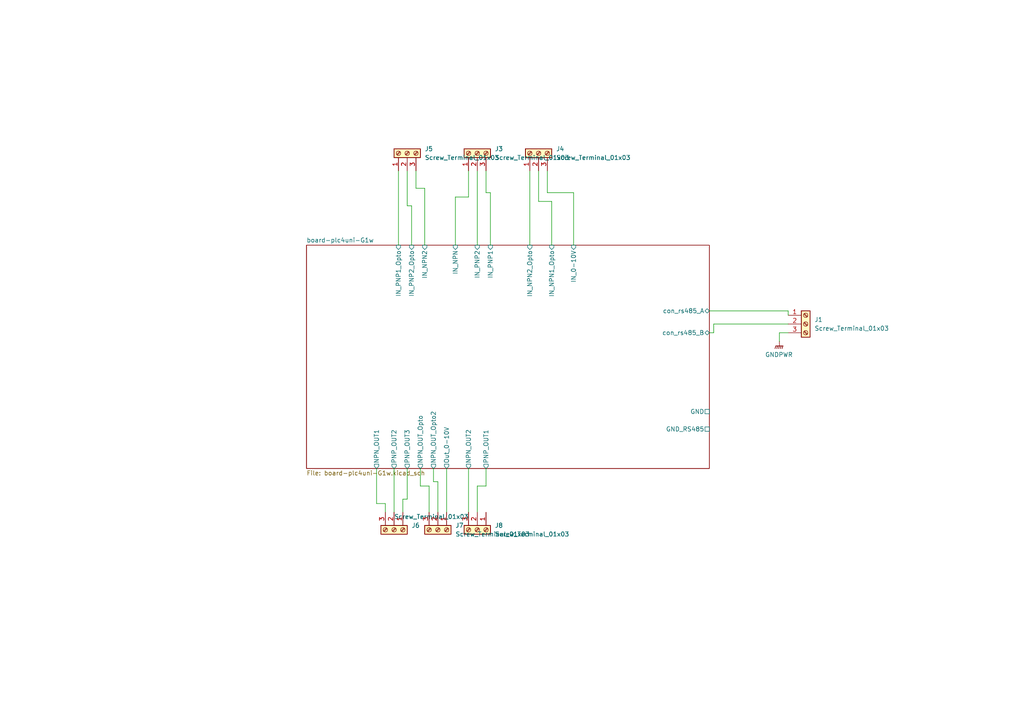
<source format=kicad_sch>
(kicad_sch (version 20250114) (generator "eeschema") (generator_version "9.0")
  (paper "A4")
  (lib_symbols
    (symbol "Connector:Screw_Terminal_01x03" (pin_names (offset 1.016) (hide yes))
      (property "Reference" "J" (at 0 5.08 0))
      (property "Value" "Screw_Terminal_01x03" (at 0 -5.08 0))
      (symbol "Screw_Terminal_01x03_1_1"
        (rectangle (start -1.27 3.81) (end 1.27 -3.81) (stroke (width 0.254)) (fill (type background)))
        (polyline (pts (xy -0.5334 2.8702) (xy 0.3302 2.032)) (stroke (width 0.1524)))
        (polyline (pts (xy -0.5334 0.3302) (xy 0.3302 -0.508)) (stroke (width 0.1524)))
        (polyline (pts (xy -0.5334 -2.2098) (xy 0.3302 -3.048)) (stroke (width 0.1524)))
        (polyline (pts (xy -0.3556 3.048) (xy 0.508 2.2098)) (stroke (width 0.1524)))
        (polyline (pts (xy -0.3556 0.508) (xy 0.508 -0.3302)) (stroke (width 0.1524)))
        (polyline (pts (xy -0.3556 -2.032) (xy 0.508 -2.8702)) (stroke (width 0.1524)))
        (circle (center 0 2.54) (radius 0.635) (stroke (width 0.1524)))
        (circle (center 0 0) (radius 0.635) (stroke (width 0.1524)))
        (circle (center 0 -2.54) (radius 0.635) (stroke (width 0.1524)))
        (pin passive line (at -5.08 2.54 0) (length 3.81) (name "Pin_1") (number "1"))
        (pin passive line (at -5.08 0 0) (length 3.81) (name "Pin_2") (number "2"))
        (pin passive line (at -5.08 -2.54 0) (length 3.81) (name "Pin_3") (number "3"))
      )
    )
    (symbol "power:GNDPWR" (power) (pin_numbers (hide yes)) (pin_names (offset 0) (hide yes))
      (property "Value" "GNDPWR" (at 0 -3.302 0))
      (symbol "GNDPWR_0_1"
        (polyline (pts (xy -1.016 -1.27) (xy -1.27 -2.032) (xy -1.27 -2.032)) (stroke (width 0.2032)))
        (polyline (pts (xy -0.508 -1.27) (xy -0.762 -2.032) (xy -0.762 -2.032)) (stroke (width 0.2032)))
        (polyline (pts (xy 0 -1.27) (xy 0 0)))
        (polyline (pts (xy 0 -1.27) (xy -0.254 -2.032) (xy -0.254 -2.032)) (stroke (width 0.2032)))
        (polyline (pts (xy 0.508 -1.27) (xy 0.254 -2.032) (xy 0.254 -2.032)) (stroke (width 0.2032)))
        (polyline (pts (xy 1.016 -1.27) (xy -1.016 -1.27) (xy -1.016 -1.27)) (stroke (width 0.2032)))
        (polyline (pts (xy 1.016 -1.27) (xy 0.762 -2.032) (xy 0.762 -2.032) (xy 0.762 -2.032)) (stroke (width 0.2032)))
      )
      (symbol "GNDPWR_1_1"
        (pin power_in line (at 0 0 270) (length 0) (name "~") (number "1"))
      )
    )
  )
  (wire (pts (xy 111.76 146.05) (xy 111.76 148.59)))
  (wire (pts (xy 140.97 55.88) (xy 140.97 49.53)))
  (wire (pts (xy 123.19 54.61) (xy 120.65 54.61)))
  (wire (pts (xy 140.97 140.97) (xy 138.43 140.97)))
  (wire (pts (xy 119.38 59.69) (xy 118.11 59.69)))
  (wire (pts (xy 125.73 139.7) (xy 125.73 135.89)))
  (wire (pts (xy 158.75 55.88) (xy 158.75 49.53)))
  (wire (pts (xy 228.6 90.17) (xy 228.6 91.44)))
  (wire (pts (xy 226.06 96.52) (xy 226.06 99.06)))
  (wire (pts (xy 207.01 93.98) (xy 207.01 96.52)))
  (wire (pts (xy 124.46 140.97) (xy 121.92 140.97)))
  (wire (pts (xy 129.54 135.89) (xy 129.54 148.59)))
  (wire (pts (xy 109.22 135.89) (xy 109.22 146.05)))
  (wire (pts (xy 153.67 49.53) (xy 153.67 71.12)))
  (wire (pts (xy 124.46 148.59) (xy 124.46 140.97)))
  (wire (pts (xy 127 148.59) (xy 127 139.7)))
  (wire (pts (xy 118.11 59.69) (xy 118.11 49.53)))
  (wire (pts (xy 135.89 57.15) (xy 135.89 49.53)))
  (wire (pts (xy 160.02 71.12) (xy 160.02 58.42)))
  (wire (pts (xy 118.11 135.89) (xy 118.11 144.78)))
  (wire (pts (xy 205.74 90.17) (xy 228.6 90.17)))
  (wire (pts (xy 138.43 140.97) (xy 138.43 148.59)))
  (wire (pts (xy 140.97 135.89) (xy 140.97 140.97)))
  (wire (pts (xy 228.6 93.98) (xy 207.01 93.98)))
  (wire (pts (xy 142.24 71.12) (xy 142.24 55.88)))
  (wire (pts (xy 228.6 96.52) (xy 226.06 96.52)))
  (wire (pts (xy 132.08 71.12) (xy 132.08 57.15)))
  (wire (pts (xy 156.21 58.42) (xy 156.21 49.53)))
  (wire (pts (xy 118.11 144.78) (xy 116.84 144.78)))
  (wire (pts (xy 120.65 54.61) (xy 120.65 49.53)))
  (wire (pts (xy 166.37 55.88) (xy 158.75 55.88)))
  (wire (pts (xy 114.3 135.89) (xy 114.3 148.59)))
  (wire (pts (xy 121.92 140.97) (xy 121.92 135.89)))
  (wire (pts (xy 142.24 55.88) (xy 140.97 55.88)))
  (wire (pts (xy 119.38 71.12) (xy 119.38 59.69)))
  (wire (pts (xy 205.74 96.52) (xy 207.01 96.52)))
  (wire (pts (xy 116.84 144.78) (xy 116.84 148.59)))
  (wire (pts (xy 109.22 146.05) (xy 111.76 146.05)))
  (wire (pts (xy 160.02 58.42) (xy 156.21 58.42)))
  (wire (pts (xy 127 139.7) (xy 125.73 139.7)))
  (wire (pts (xy 132.08 57.15) (xy 135.89 57.15)))
  (wire (pts (xy 135.89 135.89) (xy 135.89 148.59)))
  (wire (pts (xy 138.43 49.53) (xy 138.43 71.12)))
  (wire (pts (xy 115.57 49.53) (xy 115.57 71.12)))
  (wire (pts (xy 166.37 71.12) (xy 166.37 55.88)))
  (wire (pts (xy 123.19 71.12) (xy 123.19 54.61)))
  (symbol (lib_id "Connector:Screw_Terminal_01x03") (at 138.43 153.67 270) (unit 1)
    (property "Reference" "J8" (at 143.51 152.3999 90) (effects (justify left)))
    (property "Value" "Screw_Terminal_01x03" (at 143.51 154.9399 90) (effects (justify left)))
    (property "Description" "Generic screw terminal, single row, 01x03, script generated (kicad-library-utils/schlib/autogen/connector/)" (effects (hide yes)))
    (property "numero de pieza" "KANGNEX WJ128V-5.0-3P" (effects (hide yes)))
  )
  (symbol (lib_id "Connector:Screw_Terminal_01x03") (at 118.11 44.45 90) (unit 1)
    (property "Reference" "J5" (at 123.19 43.1799 90) (effects (justify right)))
    (property "Value" "Screw_Terminal_01x03" (at 123.19 45.7199 90) (effects (justify right)))
    (property "Description" "Generic screw terminal, single row, 01x03, script generated (kicad-library-utils/schlib/autogen/connector/)" (effects (hide yes)))
    (property "numero de pieza" "KANGNEX WJ128V-5.0-3P" (effects (hide yes)))
  )
  (symbol (lib_id "Connector:Screw_Terminal_01x03") (at 156.21 44.45 90) (unit 1)
    (property "Reference" "J4" (at 161.29 43.1799 90) (effects (justify right)))
    (property "Value" "Screw_Terminal_01x03" (at 161.29 45.7199 90) (effects (justify right)))
    (property "Description" "Generic screw terminal, single row, 01x03, script generated (kicad-library-utils/schlib/autogen/connector/)" (effects (hide yes)))
    (property "numero de pieza" "KANGNEX WJ128V-5.0-3P" (effects (hide yes)))
  )
  (symbol (lib_id "power:GNDPWR") (at 226.06 99.06 0) (unit 1)
    (property "Reference" "#PWR01" (effects (hide yes)))
    (property "Value" "GNDPWR" (at 225.933 102.87 0))
    (property "Description" "Power symbol creates a global label with name \"GNDPWR\" , global ground" (effects (hide yes)))
  )
  (symbol (lib_id "Connector:Screw_Terminal_01x03") (at 138.43 44.45 90) (unit 1)
    (property "Reference" "J3" (at 143.51 43.1799 90) (effects (justify right)))
    (property "Value" "Screw_Terminal_01x03" (at 143.51 45.7199 90) (effects (justify right)))
    (property "Description" "Generic screw terminal, single row, 01x03, script generated (kicad-library-utils/schlib/autogen/connector/)" (effects (hide yes)))
    (property "numero de pieza" "KANGNEX WJ128V-5.0-3P" (effects (hide yes)))
  )
  (symbol (lib_id "Connector:Screw_Terminal_01x03") (at 114.3 153.67 270) (unit 1)
    (property "Reference" "J6" (at 119.38 152.3999 90) (effects (justify left)))
    (property "Value" "Screw_Terminal_01x03" (at 114.3 149.8599 90) (effects (justify left)))
    (property "Description" "Generic screw terminal, single row, 01x03, script generated (kicad-library-utils/schlib/autogen/connector/)" (effects (hide yes)))
    (property "numero de pieza" "KANGNEX WJ128V-5.0-3P" (effects (hide yes)))
  )
  (symbol (lib_id "Connector:Screw_Terminal_01x03") (at 127 153.67 270) (unit 1)
    (property "Reference" "J7" (at 132.08 152.3999 90) (effects (justify left)))
    (property "Value" "Screw_Terminal_01x03" (at 132.08 154.9399 90) (effects (justify left)))
    (property "Description" "Generic screw terminal, single row, 01x03, script generated (kicad-library-utils/schlib/autogen/connector/)" (effects (hide yes)))
    (property "numero de pieza" "KANGNEX WJ128V-5.0-3P" (effects (hide yes)))
  )
  (symbol (lib_id "Connector:Screw_Terminal_01x03") (at 233.68 93.98 0) (unit 1)
    (property "Reference" "J1" (at 236.22 92.7099 0) (effects (justify left)))
    (property "Value" "Screw_Terminal_01x03" (at 236.22 95.2499 0) (effects (justify left)))
    (property "Description" "Generic screw terminal, single row, 01x03, script generated (kicad-library-utils/schlib/autogen/connector/)" (effects (hide yes)))
    (property "numero de pieza" "KANGNEX WJ128V-5.0-3P" (effects (hide yes)))
  )
  (sheet (at 88.9 71.12) (size 116.84 64.77) (stroke (width 0.1524))
    (property "Sheetname" "board-plc4uni-G1w" (at 88.9 70.4084 0) (effects (justify left bottom)))
    (property "Sheetfile" "board-plc4uni-G1w.kicad_sch" (at 88.9 136.4746 0) (effects (justify left top)))
    (pin "con_rs485_A" bidirectional (at 205.74 90.17 0))
    (pin "con_rs485_B" bidirectional (at 205.74 96.52 0))
    (pin "GND" passive (at 205.74 119.38 0))
    (pin "GND_RS485" passive (at 205.74 124.46 0))
    (pin "IN_0-10V" input (at 166.37 71.12 90))
    (pin "IN_NPN" input (at 132.08 71.12 90))
    (pin "IN_NPN1_Opto" input (at 160.02 71.12 90))
    (pin "IN_NPN2" input (at 123.19 71.12 90))
    (pin "IN_NPN2_Opto" input (at 153.67 71.12 90))
    (pin "IN_PNP1" input (at 142.24 71.12 90))
    (pin "IN_PNP1_Opto" input (at 115.57 71.12 90))
    (pin "IN_PNP2" input (at 138.43 71.12 90))
    (pin "IN_PNP2_Opto" input (at 119.38 71.12 90))
    (pin "NPN_OUT1" output (at 109.22 135.89 270))
    (pin "NPN_OUT2" output (at 135.89 135.89 270))
    (pin "NPN_OUT_Opto" output (at 121.92 135.89 270))
    (pin "NPN_OUT_Opto2" output (at 125.73 135.89 270))
    (pin "Out_0-10V" output (at 129.54 135.89 270))
    (pin "PNP_OUT1" output (at 140.97 135.89 270))
    (pin "PNP_OUT2" output (at 114.3 135.89 270))
    (pin "PNP_OUT3" output (at 118.11 135.89 270))
  )
)
</source>
